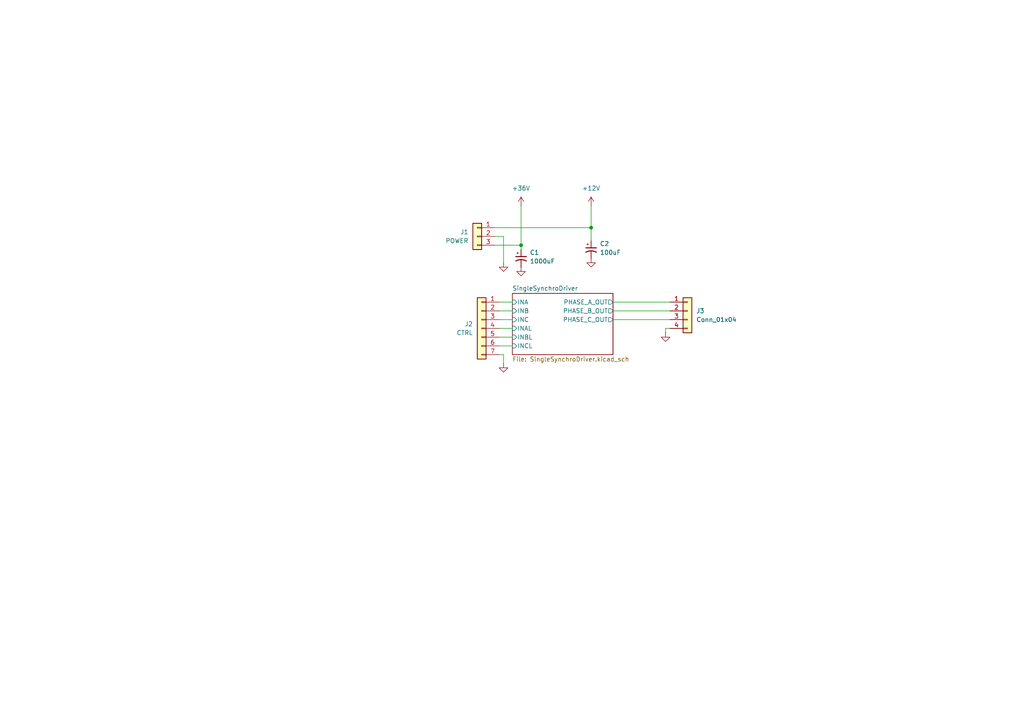
<source format=kicad_sch>
(kicad_sch (version 20250114) (generator "eeschema") (generator_version "9.0")
  (paper "A4")
  (lib_symbols
    (symbol "Connector_Generic:Conn_01x03" (pin_names (offset 1.016) (hide yes))
      (property "Reference" "J" (at 0 5.08 0))
      (property "Value" "Conn_01x03" (at 0 -5.08 0))
      (symbol "Conn_01x03_1_1"
        (rectangle (start -1.27 3.81) (end 1.27 -3.81) (stroke (width 0.254)) (fill (type background)))
        (rectangle (start -1.27 2.667) (end 0 2.413) (stroke (width 0.1524)))
        (rectangle (start -1.27 0.127) (end 0 -0.127) (stroke (width 0.1524)))
        (rectangle (start -1.27 -2.413) (end 0 -2.667) (stroke (width 0.1524)))
        (pin passive line (at -5.08 2.54 0) (length 3.81) (name "Pin_1") (number "1"))
        (pin passive line (at -5.08 0 0) (length 3.81) (name "Pin_2") (number "2"))
        (pin passive line (at -5.08 -2.54 0) (length 3.81) (name "Pin_3") (number "3"))
      )
    )
    (symbol "Connector_Generic:Conn_01x04" (pin_names (offset 1.016) (hide yes))
      (property "Reference" "J" (at 0 5.08 0))
      (property "Value" "Conn_01x04" (at 0 -7.62 0))
      (symbol "Conn_01x04_1_1"
        (rectangle (start -1.27 3.81) (end 1.27 -6.35) (stroke (width 0.254)) (fill (type background)))
        (rectangle (start -1.27 2.667) (end 0 2.413) (stroke (width 0.1524)))
        (rectangle (start -1.27 0.127) (end 0 -0.127) (stroke (width 0.1524)))
        (rectangle (start -1.27 -2.413) (end 0 -2.667) (stroke (width 0.1524)))
        (rectangle (start -1.27 -4.953) (end 0 -5.207) (stroke (width 0.1524)))
        (pin passive line (at -5.08 2.54 0) (length 3.81) (name "Pin_1") (number "1"))
        (pin passive line (at -5.08 0 0) (length 3.81) (name "Pin_2") (number "2"))
        (pin passive line (at -5.08 -2.54 0) (length 3.81) (name "Pin_3") (number "3"))
        (pin passive line (at -5.08 -5.08 0) (length 3.81) (name "Pin_4") (number "4"))
      )
    )
    (symbol "Connector_Generic:Conn_01x07" (pin_names (offset 1.016) (hide yes))
      (property "Reference" "J" (at 0 10.16 0))
      (property "Value" "Conn_01x07" (at 0 -10.16 0))
      (symbol "Conn_01x07_1_1"
        (rectangle (start -1.27 8.89) (end 1.27 -8.89) (stroke (width 0.254)) (fill (type background)))
        (rectangle (start -1.27 7.747) (end 0 7.493) (stroke (width 0.1524)))
        (rectangle (start -1.27 5.207) (end 0 4.953) (stroke (width 0.1524)))
        (rectangle (start -1.27 2.667) (end 0 2.413) (stroke (width 0.1524)))
        (rectangle (start -1.27 0.127) (end 0 -0.127) (stroke (width 0.1524)))
        (rectangle (start -1.27 -2.413) (end 0 -2.667) (stroke (width 0.1524)))
        (rectangle (start -1.27 -4.953) (end 0 -5.207) (stroke (width 0.1524)))
        (rectangle (start -1.27 -7.493) (end 0 -7.747) (stroke (width 0.1524)))
        (pin passive line (at -5.08 7.62 0) (length 3.81) (name "Pin_1") (number "1"))
        (pin passive line (at -5.08 5.08 0) (length 3.81) (name "Pin_2") (number "2"))
        (pin passive line (at -5.08 2.54 0) (length 3.81) (name "Pin_3") (number "3"))
        (pin passive line (at -5.08 0 0) (length 3.81) (name "Pin_4") (number "4"))
        (pin passive line (at -5.08 -2.54 0) (length 3.81) (name "Pin_5") (number "5"))
        (pin passive line (at -5.08 -5.08 0) (length 3.81) (name "Pin_6") (number "6"))
        (pin passive line (at -5.08 -7.62 0) (length 3.81) (name "Pin_7") (number "7"))
      )
    )
    (symbol "Device:C_Polarized_Small_US" (pin_numbers (hide yes)) (pin_names (offset 0.254) (hide yes))
      (property "Reference" "C" (at 0.254 1.778 0))
      (property "Value" "C_Polarized_Small_US" (at 0.254 -2.032 0))
      (symbol "C_Polarized_Small_US_0_1"
        (polyline (pts (xy -1.524 0.508) (xy 1.524 0.508)) (stroke (width 0.3048)))
        (polyline (pts (xy -1.27 1.524) (xy -0.762 1.524)))
        (polyline (pts (xy -1.016 1.27) (xy -1.016 1.778)))
        (arc (start -1.524 -0.762) (mid 0 -0.3734) (end 1.524 -0.762) (stroke (width 0.3048)))
      )
      (symbol "C_Polarized_Small_US_1_1"
        (pin passive line (at 0 2.54 270) (length 2.032) (name "~") (number "1"))
        (pin passive line (at 0 -2.54 90) (length 2.032) (name "~") (number "2"))
      )
    )
    (symbol "power:+12V" (power) (pin_numbers (hide yes)) (pin_names (offset 0) (hide yes))
      (property "Value" "+12V" (at 0 3.556 0))
      (symbol "+12V_0_1"
        (polyline (pts (xy -0.762 1.27) (xy 0 2.54)))
        (polyline (pts (xy 0 2.54) (xy 0.762 1.27)))
        (polyline (pts (xy 0 0) (xy 0 2.54)))
      )
      (symbol "+12V_1_1"
        (pin power_in line (at 0 0 90) (length 0) (name "~") (number "1"))
      )
    )
    (symbol "power:+36V" (power) (pin_numbers (hide yes)) (pin_names (offset 0) (hide yes))
      (property "Value" "+36V" (at 0 3.556 0))
      (symbol "+36V_0_1"
        (polyline (pts (xy -0.762 1.27) (xy 0 2.54)))
        (polyline (pts (xy 0 2.54) (xy 0.762 1.27)))
        (polyline (pts (xy 0 0) (xy 0 2.54)))
      )
      (symbol "+36V_1_1"
        (pin power_in line (at 0 0 90) (length 0) (name "~") (number "1"))
      )
    )
    (symbol "power:GND" (power) (pin_numbers (hide yes)) (pin_names (offset 0) (hide yes))
      (property "Value" "GND" (at 0 -3.81 0))
      (symbol "GND_0_1"
        (polyline (pts (xy 0 0) (xy 0 -1.27) (xy 1.27 -1.27) (xy 0 -2.54) (xy -1.27 -1.27) (xy 0 -1.27)))
      )
      (symbol "GND_1_1"
        (pin power_in line (at 0 0 270) (length 0) (name "~") (number "1"))
      )
    )
  )
  (junction (at 171.45 66.04))
  (junction (at 151.13 71.12))
  (wire (pts (xy 143.51 66.04) (xy 171.45 66.04)))
  (wire (pts (xy 144.78 97.79) (xy 148.59 97.79)))
  (wire (pts (xy 177.8 90.17) (xy 194.31 90.17)))
  (wire (pts (xy 177.8 92.71) (xy 194.31 92.71)))
  (wire (pts (xy 146.05 68.58) (xy 143.51 68.58)))
  (wire (pts (xy 143.51 71.12) (xy 151.13 71.12)))
  (wire (pts (xy 171.45 66.04) (xy 171.45 69.85)))
  (wire (pts (xy 144.78 92.71) (xy 148.59 92.71)))
  (wire (pts (xy 151.13 59.69) (xy 151.13 71.12)))
  (wire (pts (xy 144.78 90.17) (xy 148.59 90.17)))
  (wire (pts (xy 151.13 71.12) (xy 151.13 72.39)))
  (wire (pts (xy 144.78 100.33) (xy 148.59 100.33)))
  (wire (pts (xy 193.04 96.52) (xy 193.04 95.25)))
  (wire (pts (xy 146.05 102.87) (xy 146.05 105.41)))
  (wire (pts (xy 177.8 87.63) (xy 194.31 87.63)))
  (wire (pts (xy 146.05 76.2) (xy 146.05 68.58)))
  (wire (pts (xy 144.78 95.25) (xy 148.59 95.25)))
  (wire (pts (xy 171.45 59.69) (xy 171.45 66.04)))
  (wire (pts (xy 193.04 95.25) (xy 194.31 95.25)))
  (wire (pts (xy 144.78 87.63) (xy 148.59 87.63)))
  (wire (pts (xy 144.78 102.87) (xy 146.05 102.87)))
  (symbol (lib_id "power:+12V") (at 171.45 59.69 0) (mirror y) (unit 1)
    (property "Reference" "#PWR05" (effects (hide yes)))
    (property "Value" "+12V" (at 171.45 54.61 0))
    (property "Description" "Power symbol creates a global label with name \"+12V\"" (effects (hide yes)))
  )
  (symbol (lib_id "power:GND") (at 146.05 76.2 0) (mirror y) (unit 1)
    (property "Reference" "#PWR02" (effects (hide yes)))
    (property "Value" "GND" (effects (hide yes)))
    (property "Description" "Power symbol creates a global label with name \"GND\" , ground" (effects (hide yes)))
  )
  (symbol (lib_id "Device:C_Polarized_Small_US") (at 151.13 74.93 0) (unit 1)
    (property "Reference" "C1" (at 153.67 73.2281 0) (effects (justify left)))
    (property "Value" "1000uF" (at 153.67 75.7681 0) (effects (justify left)))
    (property "Footprint" "Passive:CAPAE500P1000X1500" (effects (hide yes)))
    (property "Description" "Polarized capacitor, small US symbol" (effects (hide yes)))
  )
  (symbol (lib_id "power:GND") (at 193.04 96.52 0) (unit 1)
    (property "Reference" "#PWR026" (effects (hide yes)))
    (property "Value" "GND" (effects (hide yes)))
    (property "Description" "Power symbol creates a global label with name \"GND\" , ground" (effects (hide yes)))
  )
  (symbol (lib_id "Connector_Generic:Conn_01x03") (at 138.43 68.58 0) (mirror y) (unit 1)
    (property "Reference" "J1" (at 135.89 67.3099 0) (effects (justify left)))
    (property "Value" "POWER" (at 135.89 69.8499 0) (effects (justify left)))
    (property "Footprint" "Connector_PinHeader_2.54mm:PinHeader_1x03_P2.54mm_Vertical" (effects (hide yes)))
    (property "Description" "Generic connector, single row, 01x03, script generated (kicad-library-utils/schlib/autogen/connector/)" (effects (hide yes)))
  )
  (symbol (lib_id "Device:C_Polarized_Small_US") (at 171.45 72.39 0) (unit 1)
    (property "Reference" "C2" (at 173.99 70.6881 0) (effects (justify left)))
    (property "Value" "100uF" (at 173.99 73.2281 0) (effects (justify left)))
    (property "Footprint" "Passive:CAPAE350P800X700" (effects (hide yes)))
    (property "Description" "Polarized capacitor, small US symbol" (effects (hide yes)))
  )
  (symbol (lib_id "power:GND") (at 151.13 77.47 0) (mirror y) (unit 1)
    (property "Reference" "#PWR04" (effects (hide yes)))
    (property "Value" "GND" (effects (hide yes)))
    (property "Description" "Power symbol creates a global label with name \"GND\" , ground" (effects (hide yes)))
  )
  (symbol (lib_id "power:GND") (at 171.45 74.93 0) (mirror y) (unit 1)
    (property "Reference" "#PWR06" (effects (hide yes)))
    (property "Value" "GND" (effects (hide yes)))
    (property "Description" "Power symbol creates a global label with name \"GND\" , ground" (effects (hide yes)))
  )
  (symbol (lib_id "power:+36V") (at 151.13 59.69 0) (mirror y) (unit 1)
    (property "Reference" "#PWR03" (effects (hide yes)))
    (property "Value" "+36V" (at 151.13 54.61 0))
    (property "Description" "Power symbol creates a global label with name \"+36V\"" (effects (hide yes)))
  )
  (symbol (lib_id "Connector_Generic:Conn_01x04") (at 199.39 90.17 0) (unit 1)
    (property "Reference" "J3" (at 201.93 90.1699 0) (effects (justify left)))
    (property "Value" "Conn_01x04" (at 201.93 92.7099 0) (effects (justify left)))
    (property "Footprint" "Connector_PinHeader_2.54mm:PinHeader_1x04_P2.54mm_Vertical" (effects (hide yes)))
    (property "Description" "Generic connector, single row, 01x04, script generated (kicad-library-utils/schlib/autogen/connector/)" (effects (hide yes)))
  )
  (symbol (lib_id "power:GND") (at 146.05 105.41 0) (unit 1)
    (property "Reference" "#PWR01" (effects (hide yes)))
    (property "Value" "GND" (effects (hide yes)))
    (property "Description" "Power symbol creates a global label with name \"GND\" , ground" (effects (hide yes)))
  )
  (symbol (lib_id "Connector_Generic:Conn_01x07") (at 139.7 95.25 0) (mirror y) (unit 1)
    (property "Reference" "J2" (at 137.16 93.9799 0) (effects (justify left)))
    (property "Value" "CTRL" (at 137.16 96.5199 0) (effects (justify left)))
    (property "Footprint" "Connector_PinHeader_2.54mm:PinHeader_1x07_P2.54mm_Vertical" (effects (hide yes)))
    (property "Description" "Generic connector, single row, 01x07, script generated (kicad-library-utils/schlib/autogen/connector/)" (effects (hide yes)))
  )
  (sheet (at 148.59 85.09) (size 29.21 17.78) (stroke (width 0.1524))
    (property "Sheetname" "SingleSynchroDriver" (at 148.59 84.3784 0) (effects (justify left bottom)))
    (property "Sheetfile" "SingleSynchroDriver.kicad_sch" (at 148.59 103.4546 0) (effects (justify left top)))
    (pin "INA" input (at 148.59 87.63 180))
    (pin "INB" input (at 148.59 90.17 180))
    (pin "INC" input (at 148.59 92.71 180))
    (pin "PHASE_A_OUT" output (at 177.8 87.63 0))
    (pin "PHASE_B_OUT" output (at 177.8 90.17 0))
    (pin "PHASE_C_OUT" output (at 177.8 92.71 0))
    (pin "INAL" input (at 148.59 95.25 180))
    (pin "INBL" input (at 148.59 97.79 180))
    (pin "INCL" input (at 148.59 100.33 180))
  )
)
</source>
